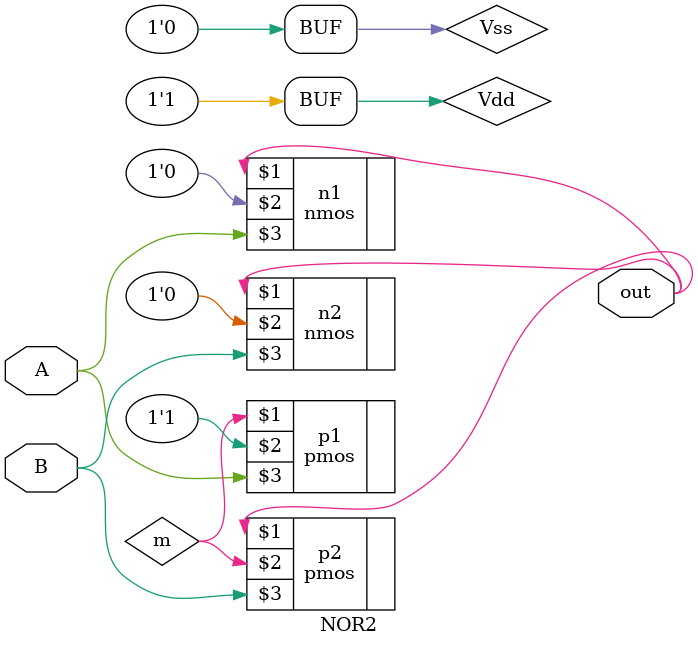
<source format=v>

module NOR2 (out ,A ,B );
  output out;
  input A,B;
  supply1 Vdd;
  supply0 Vss;
  wire m;
  pmos p1 (m,Vdd,A); 
  nmos n1 (out,Vss,A);
  pmos p2 (out,m,B);
  nmos n2 (out,Vss,B);
 endmodule
</source>
